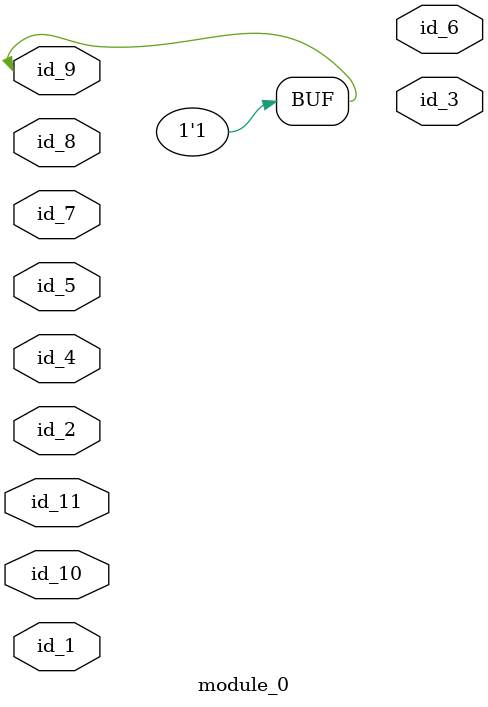
<source format=v>
`define pp_11 0
module module_0 (
    id_1,
    id_2,
    id_3,
    id_4,
    id_5,
    id_6,
    id_7,
    id_8,
    id_9,
    id_10,
    id_11
);
  inout id_11;
  inout id_10;
  inout id_9;
  inout id_8;
  input id_7;
  output id_6;
  inout id_5;
  input id_4;
  output id_3;
  input id_2;
  inout id_1;
  assign id_9 = 1;
endmodule

</source>
